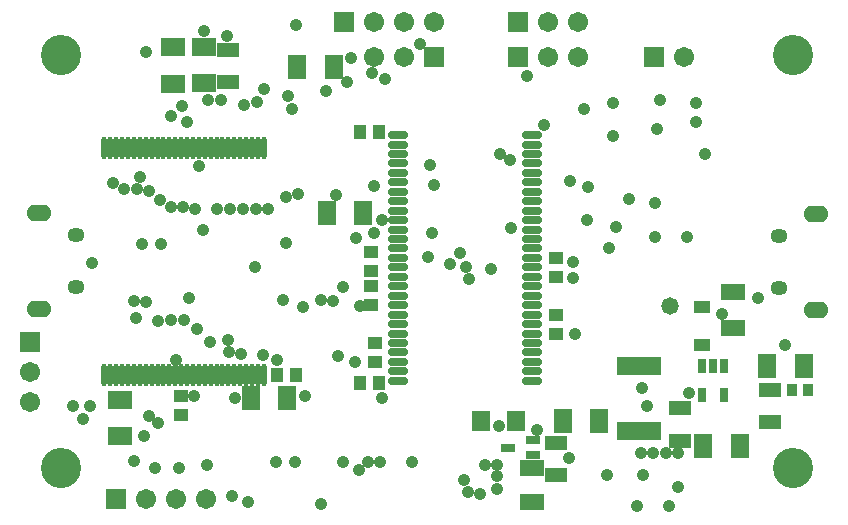
<source format=gbs>
G04 Layer_Color=16711935*
%FSLAX44Y44*%
%MOMM*%
G71*
G01*
G75*
%ADD71C,1.4732*%
%ADD73R,0.7516X1.2016*%
%ADD74R,1.9032X1.1532*%
%ADD77R,1.2032X1.1032*%
%ADD79R,1.6032X1.7032*%
%ADD84R,1.1032X1.2032*%
%ADD86R,2.1032X1.5532*%
%ADD87R,2.0032X1.3532*%
%ADD90R,1.5532X2.1032*%
%ADD91R,3.7632X1.6032*%
%ADD92R,1.4232X1.1132*%
%ADD97C,1.7032*%
%ADD98R,1.7032X1.7032*%
%ADD99O,1.4532X1.2532*%
%ADD100O,2.1032X1.4282*%
%ADD101C,3.4032*%
%ADD102R,1.7032X1.7032*%
%ADD103C,1.0432*%
%ADD104R,0.9032X1.1032*%
%ADD105R,1.1532X0.7032*%
%ADD106O,1.7032X0.7532*%
%ADD107O,0.4532X1.9032*%
D71*
X1055750Y726750D02*
D03*
D73*
X1082501Y675999D02*
D03*
X1092001D02*
D03*
X1101501D02*
D03*
Y651999D02*
D03*
X1082501D02*
D03*
D74*
X681500Y944000D02*
D03*
Y917000D02*
D03*
X1140001Y628749D02*
D03*
Y655749D02*
D03*
X1063751Y612999D02*
D03*
Y640999D02*
D03*
X959001Y583999D02*
D03*
Y610999D02*
D03*
D77*
X802250Y727750D02*
D03*
Y743750D02*
D03*
X805750Y679750D02*
D03*
Y695750D02*
D03*
X802250Y772750D02*
D03*
Y756750D02*
D03*
X959000Y703750D02*
D03*
Y719750D02*
D03*
X959000Y751750D02*
D03*
Y767750D02*
D03*
X641750Y650750D02*
D03*
Y634750D02*
D03*
D79*
X895250Y629500D02*
D03*
X925250D02*
D03*
D84*
X809250Y661500D02*
D03*
X793250D02*
D03*
X809250Y874000D02*
D03*
X793250D02*
D03*
X723000Y669000D02*
D03*
X739000D02*
D03*
D86*
X661250Y946500D02*
D03*
Y915500D02*
D03*
X635000Y946250D02*
D03*
Y915250D02*
D03*
X589750Y616750D02*
D03*
Y647750D02*
D03*
D87*
X1109251Y738749D02*
D03*
Y708749D02*
D03*
X938750Y561000D02*
D03*
Y590000D02*
D03*
D90*
X765000Y805500D02*
D03*
X796000D02*
D03*
X731750Y649500D02*
D03*
X700750D02*
D03*
X1083751Y608249D02*
D03*
X1114751D02*
D03*
X995750Y629500D02*
D03*
X964750D02*
D03*
X1168751Y675999D02*
D03*
X1137751D02*
D03*
X770750Y929500D02*
D03*
X739750D02*
D03*
D91*
X1029500Y621450D02*
D03*
Y676050D02*
D03*
D92*
X1082500Y726600D02*
D03*
Y693900D02*
D03*
D97*
X977800Y937500D02*
D03*
X952400D02*
D03*
X514000Y671350D02*
D03*
Y645950D02*
D03*
X663200Y564000D02*
D03*
X637800D02*
D03*
X612400D02*
D03*
X855700Y967500D02*
D03*
X830300D02*
D03*
X804900D02*
D03*
X805200Y937500D02*
D03*
X830600D02*
D03*
X952400Y967500D02*
D03*
X977800D02*
D03*
X1067900Y937500D02*
D03*
D98*
X927000D02*
D03*
X586250Y564000D02*
D03*
X779500Y967500D02*
D03*
X856000Y937500D02*
D03*
X927000Y967500D02*
D03*
X1042500Y937500D02*
D03*
D99*
X552875Y742750D02*
D03*
Y787250D02*
D03*
X1147625Y786750D02*
D03*
Y742250D02*
D03*
D100*
X521625Y724125D02*
D03*
Y805875D02*
D03*
X1178875Y805375D02*
D03*
Y723625D02*
D03*
D101*
X1160000Y590000D02*
D03*
Y940000D02*
D03*
X540000D02*
D03*
Y590000D02*
D03*
D102*
X514000Y696750D02*
D03*
D103*
X949250Y880250D02*
D03*
X687750Y649500D02*
D03*
X894650Y568073D02*
D03*
X898750Y592750D02*
D03*
X908750Y582750D02*
D03*
X800015Y595002D02*
D03*
X970500Y598250D02*
D03*
X1032750Y584000D02*
D03*
X1062000Y573500D02*
D03*
X1028040Y557460D02*
D03*
X1055020Y557730D02*
D03*
X608500Y779750D02*
D03*
X624500Y779500D02*
D03*
X684750Y566500D02*
D03*
X698250Y561250D02*
D03*
X982500Y893750D02*
D03*
X1007480Y899020D02*
D03*
X1007730Y870645D02*
D03*
X1070000Y785750D02*
D03*
X1043020Y785480D02*
D03*
X1042770Y813855D02*
D03*
X1077500Y882500D02*
D03*
X1044250Y877250D02*
D03*
X1077500Y899250D02*
D03*
X1047500Y901500D02*
D03*
X664000Y592500D02*
D03*
X640000Y590250D02*
D03*
X619500D02*
D03*
X610000Y617250D02*
D03*
X738750Y964750D02*
D03*
X730250Y780750D02*
D03*
X740750Y822250D02*
D03*
X730750Y819500D02*
D03*
X770513Y731259D02*
D03*
X778764Y742759D02*
D03*
X760500Y732250D02*
D03*
X727761Y731759D02*
D03*
X648250Y734250D02*
D03*
X744750Y726500D02*
D03*
X883269Y759760D02*
D03*
X793000Y726750D02*
D03*
X774750Y684750D02*
D03*
X1100000Y720000D02*
D03*
X633000Y888250D02*
D03*
X607250Y836250D02*
D03*
X565000Y642500D02*
D03*
X558500Y631250D02*
D03*
X550250Y642500D02*
D03*
X779000Y594750D02*
D03*
X792014Y588252D02*
D03*
X837016Y594752D02*
D03*
X738512Y595002D02*
D03*
X566003Y763760D02*
D03*
X934500Y921750D02*
D03*
X844017Y948770D02*
D03*
X803086Y924300D02*
D03*
X764000Y909000D02*
D03*
X804765Y829014D02*
D03*
X814015Y919268D02*
D03*
X782550Y916804D02*
D03*
X985774Y800012D02*
D03*
X986500Y828000D02*
D03*
X1003775Y776511D02*
D03*
X1010275Y794012D02*
D03*
X975500Y703750D02*
D03*
X680750Y956000D02*
D03*
X661500Y959500D02*
D03*
X637257Y681756D02*
D03*
X643757Y715508D02*
D03*
X632757Y715008D02*
D03*
X655508Y707258D02*
D03*
X666508Y696507D02*
D03*
X681759Y698257D02*
D03*
X603547Y716490D02*
D03*
X622006Y714508D02*
D03*
X602250Y596000D02*
D03*
X704250Y760500D02*
D03*
X971000Y833000D02*
D03*
X1129750Y733750D02*
D03*
X692509Y686757D02*
D03*
X710760Y685257D02*
D03*
X682000Y687750D02*
D03*
X601750Y731250D02*
D03*
X612256Y730259D02*
D03*
X785250Y936750D02*
D03*
X647000Y882750D02*
D03*
X811500Y800000D02*
D03*
X772763Y821263D02*
D03*
X805250Y788750D02*
D03*
X789500Y784250D02*
D03*
X885250Y749750D02*
D03*
X904270Y758510D02*
D03*
X850750Y768250D02*
D03*
X869250Y762500D02*
D03*
X683000Y809250D02*
D03*
X715500Y809500D02*
D03*
X694000Y809250D02*
D03*
X675750Y901750D02*
D03*
X711750Y911200D02*
D03*
X664500Y901750D02*
D03*
X632750Y810500D02*
D03*
X614750Y824500D02*
D03*
X624249Y816999D02*
D03*
X706000Y899750D02*
D03*
X722750Y681500D02*
D03*
X1002000Y583750D02*
D03*
X1085500Y855500D02*
D03*
X1035750Y642000D02*
D03*
X1153000Y694000D02*
D03*
X660250Y791500D02*
D03*
X652750Y651000D02*
D03*
X695259Y897517D02*
D03*
X672500Y809250D02*
D03*
X653757Y809513D02*
D03*
X704750Y809250D02*
D03*
X855750Y829250D02*
D03*
X852750Y846250D02*
D03*
X643250Y810500D02*
D03*
X878000Y772250D02*
D03*
X920750Y793500D02*
D03*
X642500Y896000D02*
D03*
X604250Y825750D02*
D03*
X593750Y826000D02*
D03*
X584004Y831264D02*
D03*
X735250Y894250D02*
D03*
X732261Y905017D02*
D03*
X622500Y627750D02*
D03*
X614756Y634254D02*
D03*
X746250Y650500D02*
D03*
X1020525Y817263D02*
D03*
X657000Y846000D02*
D03*
X612250Y942250D02*
D03*
X722000Y595000D02*
D03*
X911750Y856000D02*
D03*
X920520Y850515D02*
D03*
X1032250Y657500D02*
D03*
X1030750Y602500D02*
D03*
X1041250D02*
D03*
X1052000D02*
D03*
X1062750Y602250D02*
D03*
X1071750Y653250D02*
D03*
X943022Y622004D02*
D03*
X910750Y625500D02*
D03*
X973250Y764250D02*
D03*
Y750750D02*
D03*
X810000Y594750D02*
D03*
X908750Y592750D02*
D03*
Y572500D02*
D03*
X881269Y579501D02*
D03*
X789250Y679500D02*
D03*
X811500Y649500D02*
D03*
X854250Y789000D02*
D03*
X760000Y559250D02*
D03*
X884750Y569570D02*
D03*
D104*
X1172750Y655750D02*
D03*
X1158750D02*
D03*
D105*
X918750Y607250D02*
D03*
X939250Y600750D02*
D03*
Y613750D02*
D03*
D106*
X938500Y871750D02*
D03*
Y863750D02*
D03*
Y855750D02*
D03*
Y847750D02*
D03*
Y839750D02*
D03*
Y831750D02*
D03*
Y823750D02*
D03*
Y815750D02*
D03*
Y807750D02*
D03*
Y799750D02*
D03*
Y791750D02*
D03*
Y783750D02*
D03*
Y775750D02*
D03*
Y767750D02*
D03*
Y759750D02*
D03*
Y751750D02*
D03*
Y743750D02*
D03*
Y735750D02*
D03*
Y727750D02*
D03*
Y719750D02*
D03*
Y711750D02*
D03*
Y703750D02*
D03*
Y695750D02*
D03*
Y687750D02*
D03*
Y679750D02*
D03*
Y671750D02*
D03*
Y663750D02*
D03*
X825500Y871750D02*
D03*
Y863750D02*
D03*
Y855750D02*
D03*
Y847750D02*
D03*
Y839750D02*
D03*
Y831750D02*
D03*
Y823750D02*
D03*
Y815750D02*
D03*
Y807750D02*
D03*
Y799750D02*
D03*
Y791750D02*
D03*
Y783750D02*
D03*
Y775750D02*
D03*
Y767750D02*
D03*
Y759750D02*
D03*
Y751750D02*
D03*
Y743750D02*
D03*
Y735750D02*
D03*
Y727750D02*
D03*
Y719750D02*
D03*
Y711750D02*
D03*
Y703750D02*
D03*
Y695750D02*
D03*
Y687750D02*
D03*
Y679750D02*
D03*
Y671750D02*
D03*
Y663750D02*
D03*
D107*
X576750Y861000D02*
D03*
X581750D02*
D03*
X586750D02*
D03*
X591750D02*
D03*
X596750D02*
D03*
X601750D02*
D03*
X606750D02*
D03*
X611750D02*
D03*
X616750D02*
D03*
X621750D02*
D03*
X626750D02*
D03*
X631750D02*
D03*
X636750D02*
D03*
X641750D02*
D03*
X646750D02*
D03*
X651750D02*
D03*
X656750D02*
D03*
X661750D02*
D03*
X666750D02*
D03*
X671750D02*
D03*
X676750D02*
D03*
X681750D02*
D03*
X686750D02*
D03*
X691750D02*
D03*
X696750D02*
D03*
X701750D02*
D03*
X706750D02*
D03*
X711750D02*
D03*
X576750Y669000D02*
D03*
X581750D02*
D03*
X586750D02*
D03*
X591750D02*
D03*
X596750D02*
D03*
X601750D02*
D03*
X606750D02*
D03*
X611750D02*
D03*
X616750D02*
D03*
X621750D02*
D03*
X626750D02*
D03*
X631750D02*
D03*
X636750D02*
D03*
X641750D02*
D03*
X646750D02*
D03*
X651750D02*
D03*
X656750D02*
D03*
X661750D02*
D03*
X666750D02*
D03*
X671750D02*
D03*
X676750D02*
D03*
X681750D02*
D03*
X686750D02*
D03*
X691750D02*
D03*
X696750D02*
D03*
X701750D02*
D03*
X706750D02*
D03*
X711750D02*
D03*
M02*

</source>
